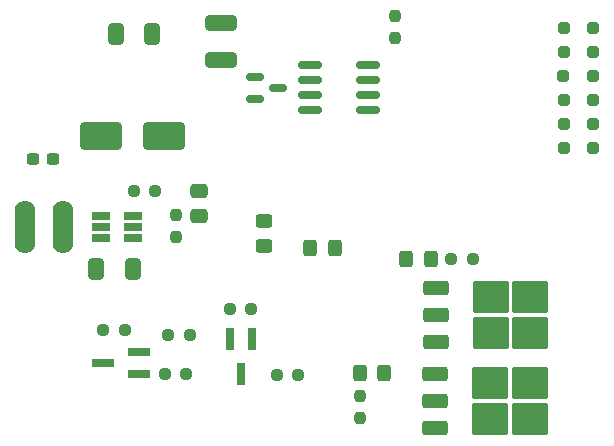
<source format=gbr>
%TF.GenerationSoftware,KiCad,Pcbnew,7.0.5*%
%TF.CreationDate,2023-08-16T19:13:53+03:00*%
%TF.ProjectId,lamps,6c616d70-732e-46b6-9963-61645f706362,rev?*%
%TF.SameCoordinates,Original*%
%TF.FileFunction,Paste,Bot*%
%TF.FilePolarity,Positive*%
%FSLAX46Y46*%
G04 Gerber Fmt 4.6, Leading zero omitted, Abs format (unit mm)*
G04 Created by KiCad (PCBNEW 7.0.5) date 2023-08-16 19:13:53*
%MOMM*%
%LPD*%
G01*
G04 APERTURE LIST*
G04 Aperture macros list*
%AMRoundRect*
0 Rectangle with rounded corners*
0 $1 Rounding radius*
0 $2 $3 $4 $5 $6 $7 $8 $9 X,Y pos of 4 corners*
0 Add a 4 corners polygon primitive as box body*
4,1,4,$2,$3,$4,$5,$6,$7,$8,$9,$2,$3,0*
0 Add four circle primitives for the rounded corners*
1,1,$1+$1,$2,$3*
1,1,$1+$1,$4,$5*
1,1,$1+$1,$6,$7*
1,1,$1+$1,$8,$9*
0 Add four rect primitives between the rounded corners*
20,1,$1+$1,$2,$3,$4,$5,0*
20,1,$1+$1,$4,$5,$6,$7,0*
20,1,$1+$1,$6,$7,$8,$9,0*
20,1,$1+$1,$8,$9,$2,$3,0*%
G04 Aperture macros list end*
%ADD10RoundRect,0.250000X0.325000X0.450000X-0.325000X0.450000X-0.325000X-0.450000X0.325000X-0.450000X0*%
%ADD11RoundRect,0.250000X-0.850000X-0.350000X0.850000X-0.350000X0.850000X0.350000X-0.850000X0.350000X0*%
%ADD12RoundRect,0.250000X-1.275000X-1.125000X1.275000X-1.125000X1.275000X1.125000X-1.275000X1.125000X0*%
%ADD13R,0.800000X1.900000*%
%ADD14RoundRect,0.237500X0.250000X0.237500X-0.250000X0.237500X-0.250000X-0.237500X0.250000X-0.237500X0*%
%ADD15RoundRect,0.237500X-0.250000X-0.237500X0.250000X-0.237500X0.250000X0.237500X-0.250000X0.237500X0*%
%ADD16RoundRect,0.250000X-0.325000X-0.450000X0.325000X-0.450000X0.325000X0.450000X-0.325000X0.450000X0*%
%ADD17RoundRect,0.237500X-0.237500X0.250000X-0.237500X-0.250000X0.237500X-0.250000X0.237500X0.250000X0*%
%ADD18RoundRect,0.250000X0.412500X0.650000X-0.412500X0.650000X-0.412500X-0.650000X0.412500X-0.650000X0*%
%ADD19RoundRect,0.250000X0.250000X0.250000X-0.250000X0.250000X-0.250000X-0.250000X0.250000X-0.250000X0*%
%ADD20RoundRect,0.250000X-0.450000X0.325000X-0.450000X-0.325000X0.450000X-0.325000X0.450000X0.325000X0*%
%ADD21RoundRect,0.150000X-0.587500X-0.150000X0.587500X-0.150000X0.587500X0.150000X-0.587500X0.150000X0*%
%ADD22RoundRect,0.250000X-0.412500X-0.650000X0.412500X-0.650000X0.412500X0.650000X-0.412500X0.650000X0*%
%ADD23RoundRect,0.237500X0.300000X0.237500X-0.300000X0.237500X-0.300000X-0.237500X0.300000X-0.237500X0*%
%ADD24RoundRect,0.250000X-0.475000X0.337500X-0.475000X-0.337500X0.475000X-0.337500X0.475000X0.337500X0*%
%ADD25RoundRect,0.150000X0.825000X0.150000X-0.825000X0.150000X-0.825000X-0.150000X0.825000X-0.150000X0*%
%ADD26RoundRect,0.250000X1.075000X-0.400000X1.075000X0.400000X-1.075000X0.400000X-1.075000X-0.400000X0*%
%ADD27RoundRect,0.237500X0.237500X-0.250000X0.237500X0.250000X-0.237500X0.250000X-0.237500X-0.250000X0*%
%ADD28R,1.560000X0.650000*%
%ADD29RoundRect,0.250000X-1.500000X-0.900000X1.500000X-0.900000X1.500000X0.900000X-1.500000X0.900000X0*%
%ADD30O,1.750000X4.500000*%
%ADD31R,1.900000X0.800000*%
G04 APERTURE END LIST*
D10*
%TO.C,D10*%
X115750000Y-79250000D03*
X113700000Y-79250000D03*
%TD*%
D11*
%TO.C,Q2*%
X116200000Y-86280000D03*
X116200000Y-84000000D03*
D12*
X120825000Y-85525000D03*
X120825000Y-82475000D03*
X124175000Y-85525000D03*
X124175000Y-82475000D03*
D11*
X116200000Y-81720000D03*
%TD*%
D13*
%TO.C,Q4*%
X98770400Y-86001600D03*
X100670400Y-86001600D03*
X99720400Y-89001600D03*
%TD*%
D10*
%TO.C,D11*%
X105569800Y-78333600D03*
X107619800Y-78333600D03*
%TD*%
D14*
%TO.C,R16*%
X102717600Y-89027000D03*
X104542600Y-89027000D03*
%TD*%
D15*
%TO.C,R13*%
X119325000Y-79250000D03*
X117500000Y-79250000D03*
%TD*%
D16*
%TO.C,D13*%
X109760800Y-88900000D03*
X111810800Y-88900000D03*
%TD*%
D17*
%TO.C,R22*%
X109753400Y-90830400D03*
X109753400Y-92655400D03*
%TD*%
D14*
%TO.C,R14*%
X98757100Y-83464400D03*
X100582100Y-83464400D03*
%TD*%
D18*
%TO.C,C2*%
X92202000Y-60198000D03*
X89077000Y-60198000D03*
%TD*%
D19*
%TO.C,D4*%
X129500000Y-63754000D03*
X127000000Y-63754000D03*
%TD*%
D20*
%TO.C,D12*%
X101650800Y-76047600D03*
X101650800Y-78097600D03*
%TD*%
D19*
%TO.C,D6*%
X129520000Y-61722000D03*
X127020000Y-61722000D03*
%TD*%
D21*
%TO.C,D2*%
X100918800Y-65720000D03*
X100918800Y-63820000D03*
X102793800Y-64770000D03*
%TD*%
D11*
%TO.C,Q7*%
X116154800Y-93543200D03*
X116154800Y-91263200D03*
D12*
X120779800Y-89738200D03*
X120779800Y-92788200D03*
X124129800Y-89738200D03*
X124129800Y-92788200D03*
D11*
X116154800Y-88983200D03*
%TD*%
D22*
%TO.C,C3*%
X87426000Y-80094000D03*
X90551000Y-80094000D03*
%TD*%
D23*
%TO.C,C1*%
X83792400Y-70789800D03*
X82067400Y-70789800D03*
%TD*%
D19*
%TO.C,D8*%
X129520000Y-59690000D03*
X127020000Y-59690000D03*
%TD*%
D17*
%TO.C,R3*%
X94234000Y-75522000D03*
X94234000Y-77347000D03*
%TD*%
D24*
%TO.C,C6*%
X96139000Y-73490000D03*
X96139000Y-75565000D03*
%TD*%
D25*
%TO.C,U4*%
X110475000Y-62845000D03*
X110475000Y-64115000D03*
X110475000Y-65385000D03*
X110475000Y-66655000D03*
X105525000Y-66655000D03*
X105525000Y-65385000D03*
X105525000Y-64115000D03*
X105525000Y-62845000D03*
%TD*%
D26*
%TO.C,R7*%
X97993200Y-62383600D03*
X97993200Y-59283600D03*
%TD*%
D27*
%TO.C,R6*%
X112776000Y-60499000D03*
X112776000Y-58674000D03*
%TD*%
D19*
%TO.C,D7*%
X129520000Y-69850000D03*
X127020000Y-69850000D03*
%TD*%
%TO.C,D3*%
X129540000Y-65786000D03*
X127040000Y-65786000D03*
%TD*%
D14*
%TO.C,R4*%
X92456000Y-73490000D03*
X90631000Y-73490000D03*
%TD*%
D28*
%TO.C,U2*%
X87851000Y-77488000D03*
X87851000Y-76538000D03*
X87851000Y-75588000D03*
X90551000Y-75588000D03*
X90551000Y-76538000D03*
X90551000Y-77488000D03*
%TD*%
D14*
%TO.C,R17*%
X95347800Y-85699600D03*
X93522800Y-85699600D03*
%TD*%
D19*
%TO.C,D5*%
X129540000Y-67818000D03*
X127040000Y-67818000D03*
%TD*%
D29*
%TO.C,D1*%
X87818000Y-68834000D03*
X93218000Y-68834000D03*
%TD*%
D30*
%TO.C,L1*%
X84657000Y-76538000D03*
X81407000Y-76538000D03*
%TD*%
D31*
%TO.C,Q5*%
X91033600Y-87071200D03*
X91033600Y-88971200D03*
X88033600Y-88021200D03*
%TD*%
D15*
%TO.C,R18*%
X93221800Y-88950800D03*
X95046800Y-88950800D03*
%TD*%
D14*
%TO.C,R19*%
X89861400Y-85242400D03*
X88036400Y-85242400D03*
%TD*%
M02*

</source>
